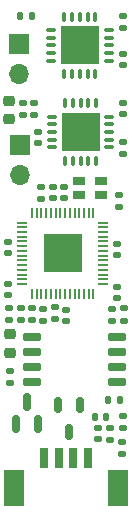
<source format=gbr>
%TF.GenerationSoftware,KiCad,Pcbnew,8.0.0*%
%TF.CreationDate,2025-08-14T01:21:05-07:00*%
%TF.ProjectId,it sure is getting hot in here,69742073-7572-4652-9069-732067657474,rev?*%
%TF.SameCoordinates,Original*%
%TF.FileFunction,Soldermask,Top*%
%TF.FilePolarity,Negative*%
%FSLAX46Y46*%
G04 Gerber Fmt 4.6, Leading zero omitted, Abs format (unit mm)*
G04 Created by KiCad (PCBNEW 8.0.0) date 2025-08-14 01:21:05*
%MOMM*%
%LPD*%
G01*
G04 APERTURE LIST*
G04 Aperture macros list*
%AMRoundRect*
0 Rectangle with rounded corners*
0 $1 Rounding radius*
0 $2 $3 $4 $5 $6 $7 $8 $9 X,Y pos of 4 corners*
0 Add a 4 corners polygon primitive as box body*
4,1,4,$2,$3,$4,$5,$6,$7,$8,$9,$2,$3,0*
0 Add four circle primitives for the rounded corners*
1,1,$1+$1,$2,$3*
1,1,$1+$1,$4,$5*
1,1,$1+$1,$6,$7*
1,1,$1+$1,$8,$9*
0 Add four rect primitives between the rounded corners*
20,1,$1+$1,$2,$3,$4,$5,0*
20,1,$1+$1,$4,$5,$6,$7,0*
20,1,$1+$1,$6,$7,$8,$9,0*
20,1,$1+$1,$8,$9,$2,$3,0*%
G04 Aperture macros list end*
%ADD10RoundRect,0.135000X0.185000X-0.135000X0.185000X0.135000X-0.185000X0.135000X-0.185000X-0.135000X0*%
%ADD11R,1.000000X0.800000*%
%ADD12RoundRect,0.218750X-0.256250X0.218750X-0.256250X-0.218750X0.256250X-0.218750X0.256250X0.218750X0*%
%ADD13R,1.700000X1.700000*%
%ADD14O,1.700000X1.700000*%
%ADD15RoundRect,0.140000X-0.170000X0.140000X-0.170000X-0.140000X0.170000X-0.140000X0.170000X0.140000X0*%
%ADD16RoundRect,0.140000X0.170000X-0.140000X0.170000X0.140000X-0.170000X0.140000X-0.170000X-0.140000X0*%
%ADD17RoundRect,0.140000X-0.140000X-0.170000X0.140000X-0.170000X0.140000X0.170000X-0.140000X0.170000X0*%
%ADD18RoundRect,0.075000X-0.075000X0.337500X-0.075000X-0.337500X0.075000X-0.337500X0.075000X0.337500X0*%
%ADD19RoundRect,0.075000X-0.337500X0.075000X-0.337500X-0.075000X0.337500X-0.075000X0.337500X0.075000X0*%
%ADD20R,3.250000X3.250000*%
%ADD21RoundRect,0.135000X-0.185000X0.135000X-0.185000X-0.135000X0.185000X-0.135000X0.185000X0.135000X0*%
%ADD22R,1.800000X3.100000*%
%ADD23R,0.800000X1.800000*%
%ADD24RoundRect,0.150000X-0.150000X0.512500X-0.150000X-0.512500X0.150000X-0.512500X0.150000X0.512500X0*%
%ADD25RoundRect,0.150000X0.150000X-0.587500X0.150000X0.587500X-0.150000X0.587500X-0.150000X-0.587500X0*%
%ADD26RoundRect,0.218750X0.256250X-0.218750X0.256250X0.218750X-0.256250X0.218750X-0.256250X-0.218750X0*%
%ADD27RoundRect,0.135000X-0.135000X-0.185000X0.135000X-0.185000X0.135000X0.185000X-0.135000X0.185000X0*%
%ADD28RoundRect,0.140000X0.140000X0.170000X-0.140000X0.170000X-0.140000X-0.170000X0.140000X-0.170000X0*%
%ADD29RoundRect,0.050000X0.387500X0.050000X-0.387500X0.050000X-0.387500X-0.050000X0.387500X-0.050000X0*%
%ADD30RoundRect,0.050000X0.050000X0.387500X-0.050000X0.387500X-0.050000X-0.387500X0.050000X-0.387500X0*%
%ADD31R,3.200000X3.200000*%
%ADD32RoundRect,0.150000X0.650000X0.150000X-0.650000X0.150000X-0.650000X-0.150000X0.650000X-0.150000X0*%
G04 APERTURE END LIST*
D10*
%TO.C,R12*%
X9480800Y15809200D03*
X9480800Y16829200D03*
%TD*%
%TO.C,R11*%
X10470800Y15834200D03*
X10470800Y16854200D03*
%TD*%
D11*
%TO.C,X1*%
X8469200Y27676400D03*
X6669200Y27676400D03*
X6669200Y26476400D03*
X8469200Y26476400D03*
%TD*%
D12*
%TO.C,D3*%
X705800Y34431700D03*
X705800Y32856700D03*
%TD*%
D13*
%TO.C,J2*%
X1625600Y30713600D03*
D14*
X1625600Y28173600D03*
%TD*%
D15*
%TO.C,C21*%
X660400Y22501800D03*
X660400Y21541800D03*
%TD*%
%TO.C,C9*%
X10405800Y30924200D03*
X10405800Y29964200D03*
%TD*%
D16*
%TO.C,C8*%
X10363200Y33327400D03*
X10363200Y34287400D03*
%TD*%
D10*
%TO.C,R7*%
X9255800Y6754200D03*
X9255800Y5734200D03*
%TD*%
D17*
%TO.C,C3*%
X1675800Y41619200D03*
X2635800Y41619200D03*
%TD*%
D16*
%TO.C,C10*%
X4419600Y26164600D03*
X4419600Y27124600D03*
%TD*%
D15*
%TO.C,C15*%
X1705800Y16874200D03*
X1705800Y15914200D03*
%TD*%
D18*
%TO.C,U1*%
X8080800Y34244200D03*
X7430800Y34244200D03*
X6780800Y34244200D03*
X6130800Y34244200D03*
X5480800Y34244200D03*
D19*
X4343300Y33106700D03*
X4343300Y32456700D03*
X4343300Y31806700D03*
X4343300Y31156700D03*
X4343300Y30506700D03*
D18*
X5480800Y29369200D03*
X6130800Y29369200D03*
X6780800Y29369200D03*
X7430800Y29369200D03*
X8080800Y29369200D03*
D19*
X9218300Y30506700D03*
X9218300Y31156700D03*
X9218300Y31806700D03*
X9218300Y32456700D03*
X9218300Y33106700D03*
D20*
X6780800Y31806700D03*
%TD*%
D15*
%TO.C,C22*%
X635000Y18920400D03*
X635000Y17960400D03*
%TD*%
D21*
%TO.C,R5*%
X3632200Y16816800D03*
X3632200Y15796800D03*
%TD*%
D16*
%TO.C,C12*%
X787400Y11529000D03*
X787400Y10569000D03*
%TD*%
D15*
%TO.C,C19*%
X9880600Y22324000D03*
X9880600Y21364000D03*
%TD*%
D13*
%TO.C,J1*%
X1580800Y39219200D03*
D14*
X1580800Y36679200D03*
%TD*%
D22*
%TO.C,C1000*%
X9985800Y1626700D03*
X1125800Y1626700D03*
D23*
X7425800Y4166700D03*
X6175800Y4166700D03*
X4935800Y4166700D03*
X3675800Y4166700D03*
%TD*%
D24*
%TO.C,U2*%
X5805300Y6431700D03*
X4855300Y8706700D03*
X6755300Y8706700D03*
%TD*%
D25*
%TO.C,Q2*%
X2230800Y8919200D03*
X3180800Y7044200D03*
X1280800Y7044200D03*
%TD*%
D15*
%TO.C,C14*%
X10033000Y26438800D03*
X10033000Y25478800D03*
%TD*%
D26*
%TO.C,D1*%
X805800Y14681700D03*
X805800Y13106700D03*
%TD*%
D15*
%TO.C,C18*%
X5537200Y16761400D03*
X5537200Y15801400D03*
%TD*%
D27*
%TO.C,R3*%
X10085800Y9118600D03*
X9065800Y9118600D03*
%TD*%
D21*
%TO.C,R6*%
X3454400Y27154600D03*
X3454400Y26134600D03*
%TD*%
D15*
%TO.C,C2*%
X10255800Y4549200D03*
X10255800Y5509200D03*
%TD*%
D28*
%TO.C,C16*%
X8003600Y7670800D03*
X8963600Y7670800D03*
%TD*%
D10*
%TO.C,R8*%
X10330800Y7723600D03*
X10330800Y6703600D03*
%TD*%
D15*
%TO.C,C4*%
X10355800Y38399200D03*
X10355800Y37439200D03*
%TD*%
D29*
%TO.C,U6*%
X8707900Y18926600D03*
X8707900Y19326600D03*
X8707900Y19726600D03*
X8707900Y20126600D03*
X8707900Y20526600D03*
X8707900Y20926600D03*
X8707900Y21326600D03*
X8707900Y21726600D03*
X8707900Y22126600D03*
X8707900Y22526600D03*
X8707900Y22926600D03*
X8707900Y23326600D03*
X8707900Y23726600D03*
X8707900Y24126600D03*
D30*
X7870400Y24964100D03*
X7470400Y24964100D03*
X7070400Y24964100D03*
X6670400Y24964100D03*
X6270400Y24964100D03*
X5870400Y24964100D03*
X5470400Y24964100D03*
X5070400Y24964100D03*
X4670400Y24964100D03*
X4270400Y24964100D03*
X3870400Y24964100D03*
X3470400Y24964100D03*
X3070400Y24964100D03*
X2670400Y24964100D03*
D29*
X1832900Y24126600D03*
X1832900Y23726600D03*
X1832900Y23326600D03*
X1832900Y22926600D03*
X1832900Y22526600D03*
X1832900Y22126600D03*
X1832900Y21726600D03*
X1832900Y21326600D03*
X1832900Y20926600D03*
X1832900Y20526600D03*
X1832900Y20126600D03*
X1832900Y19726600D03*
X1832900Y19326600D03*
X1832900Y18926600D03*
D30*
X2670400Y18089100D03*
X3070400Y18089100D03*
X3470400Y18089100D03*
X3870400Y18089100D03*
X4270400Y18089100D03*
X4670400Y18089100D03*
X5070400Y18089100D03*
X5470400Y18089100D03*
X5870400Y18089100D03*
X6270400Y18089100D03*
X6670400Y18089100D03*
X7070400Y18089100D03*
X7470400Y18089100D03*
X7870400Y18089100D03*
D31*
X5270400Y21526600D03*
%TD*%
D21*
%TO.C,R2*%
X2855800Y34229200D03*
X2855800Y33209200D03*
%TD*%
D32*
%TO.C,U5*%
X2630800Y10591800D03*
X2630800Y11861800D03*
X2630800Y13131800D03*
X2630800Y14401800D03*
X9830800Y14401800D03*
X9830800Y13131800D03*
X9830800Y11861800D03*
X9830800Y10591800D03*
%TD*%
D15*
%TO.C,C17*%
X9906000Y18699200D03*
X9906000Y17739200D03*
%TD*%
D16*
%TO.C,C20*%
X5384800Y26164600D03*
X5384800Y27124600D03*
%TD*%
D18*
%TO.C,U3*%
X8018300Y41556700D03*
X7368300Y41556700D03*
X6718300Y41556700D03*
X6068300Y41556700D03*
X5418300Y41556700D03*
D19*
X4280800Y40419200D03*
X4280800Y39769200D03*
X4280800Y39119200D03*
X4280800Y38469200D03*
X4280800Y37819200D03*
D18*
X5418300Y36681700D03*
X6068300Y36681700D03*
X6718300Y36681700D03*
X7368300Y36681700D03*
X8018300Y36681700D03*
D19*
X9155800Y37819200D03*
X9155800Y38469200D03*
X9155800Y39119200D03*
X9155800Y39769200D03*
X9155800Y40419200D03*
D20*
X6718300Y39119200D03*
%TD*%
D21*
%TO.C,R10*%
X10380800Y41654200D03*
X10380800Y40634200D03*
%TD*%
D10*
%TO.C,R9*%
X1905800Y33209200D03*
X1905800Y34229200D03*
%TD*%
%TO.C,R4*%
X4597400Y15949200D03*
X4597400Y16969200D03*
%TD*%
D15*
%TO.C,C7*%
X3155800Y31799200D03*
X3155800Y30839200D03*
%TD*%
%TO.C,C13*%
X2655800Y16874200D03*
X2655800Y15914200D03*
%TD*%
D16*
%TO.C,C1*%
X8230800Y6728400D03*
X8230800Y5768400D03*
%TD*%
D10*
%TO.C,R1*%
X755800Y15909200D03*
X755800Y16929200D03*
%TD*%
M02*

</source>
